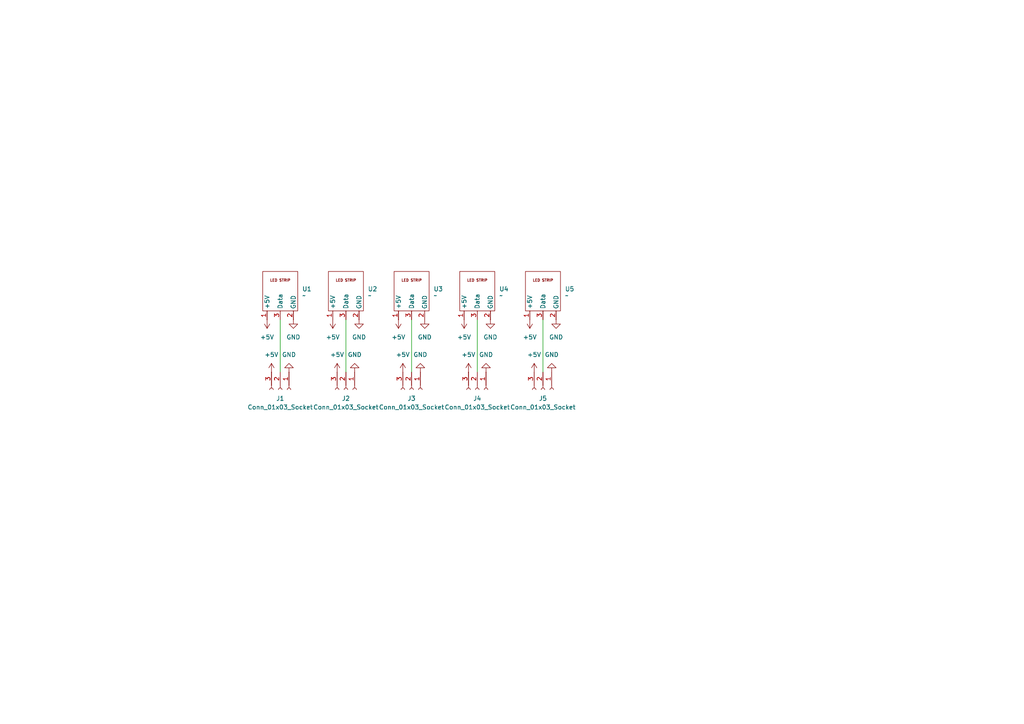
<source format=kicad_sch>
(kicad_sch (version 20231120) (generator "eeschema") (generator_version "8.0")
  (paper "A4")
  (lib_symbols
    (symbol "Connector:Conn_01x03_Socket" (pin_names (offset 1.016) hide)
      (property "Reference" "J" (at 0 5.08 0))
      (property "Value" "Conn_01x03_Socket" (at 0 -5.08 0))
      (symbol "Conn_01x03_Socket_1_1"
        (arc (start 0 -2.032) (mid -0.5058 -2.54) (end 0 -3.048) (stroke (width 0.1524)))
        (polyline (pts (xy -1.27 -2.54) (xy -0.508 -2.54)) (stroke (width 0.1524)))
        (polyline (pts (xy -1.27 0) (xy -0.508 0)) (stroke (width 0.1524)))
        (polyline (pts (xy -1.27 2.54) (xy -0.508 2.54)) (stroke (width 0.1524)))
        (arc (start 0 0.508) (mid -0.5058 0) (end 0 -0.508) (stroke (width 0.1524)))
        (arc (start 0 3.048) (mid -0.5058 2.54) (end 0 2.032) (stroke (width 0.1524)))
        (pin passive line (at -5.08 2.54 0) (length 3.81) (name "Pin_1") (number "1"))
        (pin passive line (at -5.08 0 0) (length 3.81) (name "Pin_2") (number "2"))
        (pin passive line (at -5.08 -2.54 0) (length 3.81) (name "Pin_3") (number "3"))
      )
    )
    (symbol "custom_library:Custom_LED_Strip_5V_Cob"
      (property "Reference" "U" (at 6.604 5.334 0))
      (symbol "Custom_LED_Strip_5V_Cob_0_1"
        (rectangle (start -5.08 5.08) (end 5.08 -6.35))
      )
      (symbol "Custom_LED_Strip_5V_Cob_1_1"
        (text "LED STRIP\n" (at 0 2.54 0) (effects (font (size 0.762 0.762))))
        (pin power_in line (at -3.81 -8.89 90) (length 2.54) (name "+5V") (number "1"))
        (pin power_in line (at 3.81 -8.89 90) (length 2.54) (name "GND") (number "2"))
        (pin output line (at 0 -8.89 90) (length 2.54) (name "Data") (number "3"))
      )
    )
    (symbol "power:+5V" (power) (pin_numbers hide) (pin_names (offset 0) hide)
      (property "Value" "+5V" (at 0 3.556 0))
      (symbol "+5V_0_1"
        (polyline (pts (xy -0.762 1.27) (xy 0 2.54)))
        (polyline (pts (xy 0 0) (xy 0 2.54)))
        (polyline (pts (xy 0 2.54) (xy 0.762 1.27)))
      )
      (symbol "+5V_1_1"
        (pin power_in line (at 0 0 90) (length 0) (name "~") (number "1"))
      )
    )
    (symbol "power:GND" (power) (pin_numbers hide) (pin_names (offset 0) hide)
      (property "Value" "GND" (at 0 -3.81 0))
      (symbol "GND_0_1"
        (polyline (pts (xy 0 0) (xy 0 -1.27) (xy 1.27 -1.27) (xy 0 -2.54) (xy -1.27 -1.27) (xy 0 -1.27)))
      )
      (symbol "GND_1_1"
        (pin power_in line (at 0 0 270) (length 0) (name "~") (number "1"))
      )
    )
  )
  (wire (pts (xy 138.43 92.71) (xy 138.43 107.95)))
  (wire (pts (xy 157.48 92.71) (xy 157.48 107.95)))
  (wire (pts (xy 81.28 92.71) (xy 81.28 107.95)))
  (wire (pts (xy 100.33 92.71) (xy 100.33 107.95)))
  (wire (pts (xy 119.38 92.71) (xy 119.38 107.95)))
  (symbol (lib_id "power:GND") (at 102.87 107.95 180) (unit 1)
    (property "Reference" "#PWR019" (effects (hide yes)))
    (property "Value" "GND" (at 102.87 102.87 0))
    (property "Description" "Power symbol creates a global label with name \"GND\" , ground" (effects (hide yes)))
  )
  (symbol (lib_id "power:GND") (at 160.02 107.95 180) (unit 1)
    (property "Reference" "#PWR017" (effects (hide yes)))
    (property "Value" "GND" (at 160.02 102.87 0))
    (property "Description" "Power symbol creates a global label with name \"GND\" , ground" (effects (hide yes)))
  )
  (symbol (lib_id "power:GND") (at 140.97 107.95 180) (unit 1)
    (property "Reference" "#PWR015" (effects (hide yes)))
    (property "Value" "GND" (at 140.97 102.87 0))
    (property "Description" "Power symbol creates a global label with name \"GND\" , ground" (effects (hide yes)))
  )
  (symbol (lib_id "power:GND") (at 121.92 107.95 180) (unit 1)
    (property "Reference" "#PWR018" (effects (hide yes)))
    (property "Value" "GND" (at 121.92 102.87 0))
    (property "Description" "Power symbol creates a global label with name \"GND\" , ground" (effects (hide yes)))
  )
  (symbol (lib_id "power:+5V") (at 77.47 92.71 180) (unit 1)
    (property "Reference" "#PWR01" (effects (hide yes)))
    (property "Value" "+5V" (at 77.47 97.79 0))
    (property "Description" "Power symbol creates a global label with name \"+5V\"" (effects (hide yes)))
  )
  (symbol (lib_id "power:+5V") (at 153.67 92.71 180) (unit 1)
    (property "Reference" "#PWR05" (effects (hide yes)))
    (property "Value" "+5V" (at 153.67 97.79 0))
    (property "Description" "Power symbol creates a global label with name \"+5V\"" (effects (hide yes)))
  )
  (symbol (lib_id "power:GND") (at 161.29 92.71 0) (unit 1)
    (property "Reference" "#PWR010" (effects (hide yes)))
    (property "Value" "GND" (at 161.29 97.79 0))
    (property "Description" "Power symbol creates a global label with name \"GND\" , ground" (effects (hide yes)))
  )
  (symbol (lib_id "Connector:Conn_01x03_Socket") (at 100.33 113.03 270) (unit 1)
    (property "Reference" "J2" (at 100.33 115.57 90))
    (property "Value" "Conn_01x03_Socket" (at 100.33 118.11 90))
    (property "Footprint" "Connector_PinSocket_2.54mm:PinSocket_1x03_P2.54mm_Vertical" (effects (hide yes)))
    (property "Description" "Generic connector, single row, 01x03, script generated" (effects (hide yes)))
  )
  (symbol (lib_id "power:GND") (at 104.14 92.71 0) (unit 1)
    (property "Reference" "#PWR07" (effects (hide yes)))
    (property "Value" "GND" (at 104.14 97.79 0))
    (property "Description" "Power symbol creates a global label with name \"GND\" , ground" (effects (hide yes)))
  )
  (symbol (lib_id "power:+5V") (at 134.62 92.71 180) (unit 1)
    (property "Reference" "#PWR04" (effects (hide yes)))
    (property "Value" "+5V" (at 134.62 97.79 0))
    (property "Description" "Power symbol creates a global label with name \"+5V\"" (effects (hide yes)))
  )
  (symbol (lib_id "power:+5V") (at 96.52 92.71 180) (unit 1)
    (property "Reference" "#PWR02" (effects (hide yes)))
    (property "Value" "+5V" (at 96.52 97.79 0))
    (property "Description" "Power symbol creates a global label with name \"+5V\"" (effects (hide yes)))
  )
  (symbol (lib_id "power:+5V") (at 97.79 107.95 0) (unit 1)
    (property "Reference" "#PWR012" (effects (hide yes)))
    (property "Value" "+5V" (at 97.79 102.87 0))
    (property "Description" "Power symbol creates a global label with name \"+5V\"" (effects (hide yes)))
  )
  (symbol (lib_id "power:GND") (at 142.24 92.71 0) (unit 1)
    (property "Reference" "#PWR09" (effects (hide yes)))
    (property "Value" "GND" (at 142.24 97.79 0))
    (property "Description" "Power symbol creates a global label with name \"GND\" , ground" (effects (hide yes)))
  )
  (symbol (lib_id "power:+5V") (at 78.74 107.95 0) (unit 1)
    (property "Reference" "#PWR011" (effects (hide yes)))
    (property "Value" "+5V" (at 78.74 102.87 0))
    (property "Description" "Power symbol creates a global label with name \"+5V\"" (effects (hide yes)))
  )
  (symbol (lib_id "Connector:Conn_01x03_Socket") (at 81.28 113.03 270) (unit 1)
    (property "Reference" "J1" (at 81.28 115.57 90))
    (property "Value" "Conn_01x03_Socket" (at 81.28 118.11 90))
    (property "Footprint" "Connector_PinSocket_2.54mm:PinSocket_1x03_P2.54mm_Vertical" (effects (hide yes)))
    (property "Description" "Generic connector, single row, 01x03, script generated" (effects (hide yes)))
  )
  (symbol (lib_id "custom_library:Custom_LED_Strip_5V_Cob") (at 138.43 83.82 0) (unit 1)
    (property "Reference" "U4" (at 144.78 83.8199 0) (effects (justify left)))
    (property "Value" "~" (at 144.78 85.725 0) (effects (justify left)))
  )
  (symbol (lib_id "custom_library:Custom_LED_Strip_5V_Cob") (at 157.48 83.82 0) (unit 1)
    (property "Reference" "U5" (at 163.83 83.8199 0) (effects (justify left)))
    (property "Value" "~" (at 163.83 85.725 0) (effects (justify left)))
  )
  (symbol (lib_id "custom_library:Custom_LED_Strip_5V_Cob") (at 100.33 83.82 0) (unit 1)
    (property "Reference" "U2" (at 106.68 83.8199 0) (effects (justify left)))
    (property "Value" "~" (at 106.68 85.725 0) (effects (justify left)))
  )
  (symbol (lib_id "power:GND") (at 123.19 92.71 0) (unit 1)
    (property "Reference" "#PWR08" (effects (hide yes)))
    (property "Value" "GND" (at 123.19 97.79 0))
    (property "Description" "Power symbol creates a global label with name \"GND\" , ground" (effects (hide yes)))
  )
  (symbol (lib_id "power:+5V") (at 116.84 107.95 0) (unit 1)
    (property "Reference" "#PWR013" (effects (hide yes)))
    (property "Value" "+5V" (at 116.84 102.87 0))
    (property "Description" "Power symbol creates a global label with name \"+5V\"" (effects (hide yes)))
  )
  (symbol (lib_id "power:+5V") (at 135.89 107.95 0) (unit 1)
    (property "Reference" "#PWR014" (effects (hide yes)))
    (property "Value" "+5V" (at 135.89 102.87 0))
    (property "Description" "Power symbol creates a global label with name \"+5V\"" (effects (hide yes)))
  )
  (symbol (lib_id "Connector:Conn_01x03_Socket") (at 138.43 113.03 270) (unit 1)
    (property "Reference" "J4" (at 138.43 115.57 90))
    (property "Value" "Conn_01x03_Socket" (at 138.43 118.11 90))
    (property "Footprint" "Connector_PinSocket_2.54mm:PinSocket_1x03_P2.54mm_Vertical" (effects (hide yes)))
    (property "Description" "Generic connector, single row, 01x03, script generated" (effects (hide yes)))
  )
  (symbol (lib_id "custom_library:Custom_LED_Strip_5V_Cob") (at 81.28 83.82 0) (unit 1)
    (property "Reference" "U1" (at 87.63 83.8199 0) (effects (justify left)))
    (property "Value" "~" (at 87.63 85.725 0) (effects (justify left)))
  )
  (symbol (lib_id "power:+5V") (at 154.94 107.95 0) (unit 1)
    (property "Reference" "#PWR016" (effects (hide yes)))
    (property "Value" "+5V" (at 154.94 102.87 0))
    (property "Description" "Power symbol creates a global label with name \"+5V\"" (effects (hide yes)))
  )
  (symbol (lib_id "power:GND") (at 83.82 107.95 180) (unit 1)
    (property "Reference" "#PWR020" (effects (hide yes)))
    (property "Value" "GND" (at 83.82 102.87 0))
    (property "Description" "Power symbol creates a global label with name \"GND\" , ground" (effects (hide yes)))
  )
  (symbol (lib_id "power:+5V") (at 115.57 92.71 180) (unit 1)
    (property "Reference" "#PWR03" (effects (hide yes)))
    (property "Value" "+5V" (at 115.57 97.79 0))
    (property "Description" "Power symbol creates a global label with name \"+5V\"" (effects (hide yes)))
  )
  (symbol (lib_id "Connector:Conn_01x03_Socket") (at 157.48 113.03 270) (unit 1)
    (property "Reference" "J5" (at 157.48 115.57 90))
    (property "Value" "Conn_01x03_Socket" (at 157.48 118.11 90))
    (property "Footprint" "Connector_PinSocket_2.54mm:PinSocket_1x03_P2.54mm_Vertical" (effects (hide yes)))
    (property "Description" "Generic connector, single row, 01x03, script generated" (effects (hide yes)))
  )
  (symbol (lib_id "power:GND") (at 85.09 92.71 0) (unit 1)
    (property "Reference" "#PWR06" (effects (hide yes)))
    (property "Value" "GND" (at 85.09 97.79 0))
    (property "Description" "Power symbol creates a global label with name \"GND\" , ground" (effects (hide yes)))
  )
  (symbol (lib_id "custom_library:Custom_LED_Strip_5V_Cob") (at 119.38 83.82 0) (unit 1)
    (property "Reference" "U3" (at 125.73 83.8199 0) (effects (justify left)))
    (property "Value" "~" (at 125.73 85.725 0) (effects (justify left)))
  )
  (symbol (lib_id "Connector:Conn_01x03_Socket") (at 119.38 113.03 270) (unit 1)
    (property "Reference" "J3" (at 119.38 115.57 90))
    (property "Value" "Conn_01x03_Socket" (at 119.38 118.11 90))
    (property "Footprint" "Connector_PinSocket_2.54mm:PinSocket_1x03_P2.54mm_Vertical" (effects (hide yes)))
    (property "Description" "Generic connector, single row, 01x03, script generated" (effects (hide yes)))
  )
)
</source>
